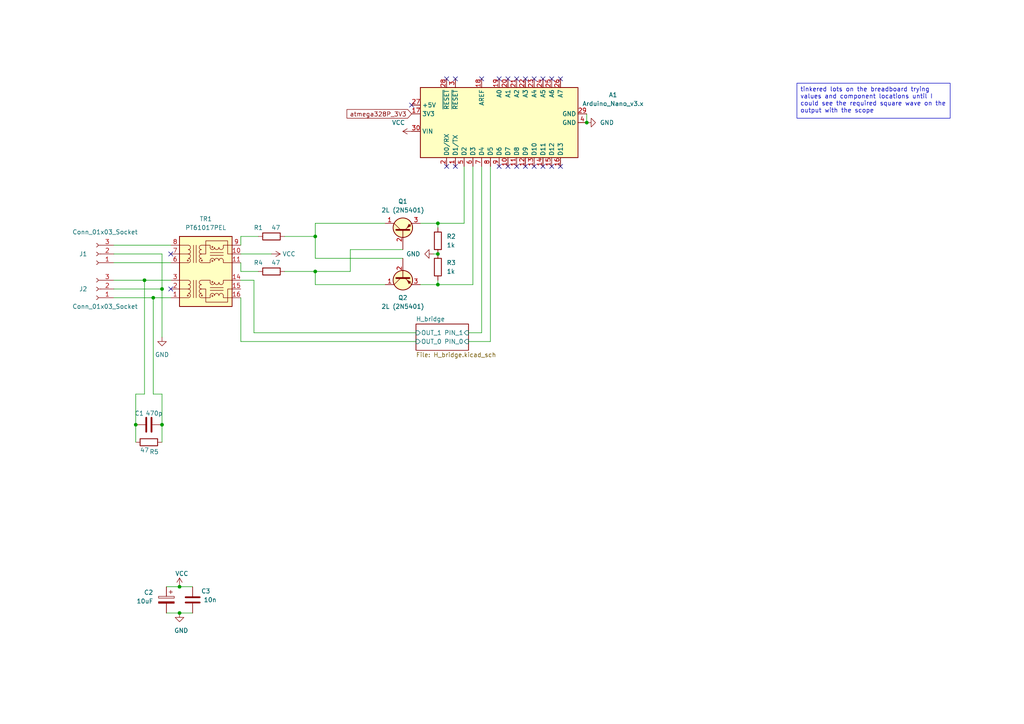
<source format=kicad_sch>
(kicad_sch (version 20250114) (generator "eeschema") (generator_version "9.0")
  (paper "A4")
  (title_block (title "HP-IL for HP3468A") (date "2025-05-19") (rev "05") (company "gizfer") (comment 1 "hpil@gizfer.me"))
  (lib_symbols
    (symbol "Connector:Conn_01x03_Socket" (pin_names (offset 1.016) (hide yes))
      (property "Reference" "J" (at 0 5.08 0))
      (property "Value" "Conn_01x03_Socket" (at 0 -5.08 0))
      (symbol "Conn_01x03_Socket_1_1"
        (polyline (pts (xy -1.27 2.54) (xy -0.508 2.54)) (stroke (width 0.1524)))
        (polyline (pts (xy -1.27 0) (xy -0.508 0)) (stroke (width 0.1524)))
        (polyline (pts (xy -1.27 -2.54) (xy -0.508 -2.54)) (stroke (width 0.1524)))
        (arc (start 0 2.032) (mid -0.5058 2.54) (end 0 3.048) (stroke (width 0.1524)))
        (arc (start 0 -0.508) (mid -0.5058 0) (end 0 0.508) (stroke (width 0.1524)))
        (arc (start 0 -3.048) (mid -0.5058 -2.54) (end 0 -2.032) (stroke (width 0.1524)))
        (pin passive line (at -5.08 2.54 0) (length 3.81) (name "Pin_1") (number "1"))
        (pin passive line (at -5.08 0 0) (length 3.81) (name "Pin_2") (number "2"))
        (pin passive line (at -5.08 -2.54 0) (length 3.81) (name "Pin_3") (number "3"))
      )
    )
    (symbol "Device:C" (pin_numbers (hide yes)) (pin_names (offset 0.254))
      (property "Reference" "C" (at 0.635 2.54 0))
      (property "Value" "C" (at 0.635 -2.54 0))
      (symbol "C_0_1"
        (polyline (pts (xy -2.032 0.762) (xy 2.032 0.762)) (stroke (width 0.508)))
        (polyline (pts (xy -2.032 -0.762) (xy 2.032 -0.762)) (stroke (width 0.508)))
      )
      (symbol "C_1_1"
        (pin passive line (at 0 3.81 270) (length 2.794) (name "~") (number "1"))
        (pin passive line (at 0 -3.81 90) (length 2.794) (name "~") (number "2"))
      )
    )
    (symbol "Device:C_Polarized" (pin_numbers (hide yes)) (pin_names (offset 0.254))
      (property "Reference" "C" (at 0.635 2.54 0))
      (property "Value" "C_Polarized" (at 0.635 -2.54 0))
      (symbol "C_Polarized_0_1"
        (rectangle (start -2.286 0.508) (end 2.286 1.016))
        (polyline (pts (xy -1.778 2.286) (xy -0.762 2.286)))
        (polyline (pts (xy -1.27 2.794) (xy -1.27 1.778)))
        (rectangle (start 2.286 -0.508) (end -2.286 -1.016) (fill (type outline)))
      )
      (symbol "C_Polarized_1_1"
        (pin passive line (at 0 3.81 270) (length 2.794) (name "~") (number "1"))
        (pin passive line (at 0 -3.81 90) (length 2.794) (name "~") (number "2"))
      )
    )
    (symbol "Device:R" (pin_numbers (hide yes)) (pin_names (offset 0))
      (property "Reference" "R" (at 2.032 0 90))
      (property "Value" "R" (at 0 0 90))
      (symbol "R_0_1"
        (rectangle (start -1.016 -2.54) (end 1.016 2.54) (stroke (width 0.254)))
      )
      (symbol "R_1_1"
        (pin passive line (at 0 3.81 270) (length 1.27) (name "~") (number "1"))
        (pin passive line (at 0 -3.81 90) (length 1.27) (name "~") (number "2"))
      )
    )
    (symbol "MCU_Module:Arduino_Nano_v3.x"
      (property "Reference" "A" (at -10.16 23.495 0))
      (property "Value" "Arduino_Nano_v3.x" (at 5.08 -24.13 0))
      (symbol "Arduino_Nano_v3.x_0_1"
        (rectangle (start -10.16 22.86) (end 10.16 -22.86) (stroke (width 0.254)) (fill (type background)))
      )
      (symbol "Arduino_Nano_v3.x_1_1"
        (pin bidirectional line (at -12.7 15.24 0) (length 2.54) (name "D0/RX") (number "2"))
        (pin bidirectional line (at -12.7 12.7 0) (length 2.54) (name "D1/TX") (number "1"))
        (pin bidirectional line (at -12.7 10.16 0) (length 2.54) (name "D2") (number "5"))
        (pin bidirectional line (at -12.7 7.62 0) (length 2.54) (name "D3") (number "6"))
        (pin bidirectional line (at -12.7 5.08 0) (length 2.54) (name "D4") (number "7"))
        (pin bidirectional line (at -12.7 2.54 0) (length 2.54) (name "D5") (number "8"))
        (pin bidirectional line (at -12.7 0 0) (length 2.54) (name "D6") (number "9"))
        (pin bidirectional line (at -12.7 -2.54 0) (length 2.54) (name "D7") (number "10"))
        (pin bidirectional line (at -12.7 -5.08 0) (length 2.54) (name "D8") (number "11"))
        (pin bidirectional line (at -12.7 -7.62 0) (length 2.54) (name "D9") (number "12"))
        (pin bidirectional line (at -12.7 -10.16 0) (length 2.54) (name "D10") (number "13"))
        (pin bidirectional line (at -12.7 -12.7 0) (length 2.54) (name "D11") (number "14"))
        (pin bidirectional line (at -12.7 -15.24 0) (length 2.54) (name "D12") (number "15"))
        (pin bidirectional line (at -12.7 -17.78 0) (length 2.54) (name "D13") (number "16"))
        (pin power_in line (at -2.54 25.4 270) (length 2.54) (name "VIN") (number "30"))
        (pin power_in line (at 0 -25.4 90) (length 2.54) (name "GND") (number "4"))
        (pin power_out line (at 2.54 25.4 270) (length 2.54) (name "3V3") (number "17"))
        (pin power_in line (at 2.54 -25.4 90) (length 2.54) (name "GND") (number "29"))
        (pin power_out line (at 5.08 25.4 270) (length 2.54) (name "+5V") (number "27"))
        (pin input line (at 12.7 15.24 180) (length 2.54) (name "~{RESET}") (number "28"))
        (pin input line (at 12.7 12.7 180) (length 2.54) (name "~{RESET}") (number "3"))
        (pin input line (at 12.7 5.08 180) (length 2.54) (name "AREF") (number "18"))
        (pin bidirectional line (at 12.7 0 180) (length 2.54) (name "A0") (number "19"))
        (pin bidirectional line (at 12.7 -2.54 180) (length 2.54) (name "A1") (number "20"))
        (pin bidirectional line (at 12.7 -5.08 180) (length 2.54) (name "A2") (number "21"))
        (pin bidirectional line (at 12.7 -7.62 180) (length 2.54) (name "A3") (number "22"))
        (pin bidirectional line (at 12.7 -10.16 180) (length 2.54) (name "A4") (number "23"))
        (pin bidirectional line (at 12.7 -12.7 180) (length 2.54) (name "A5") (number "24"))
        (pin bidirectional line (at 12.7 -15.24 180) (length 2.54) (name "A6") (number "25"))
        (pin bidirectional line (at 12.7 -17.78 180) (length 2.54) (name "A7") (number "26"))
      )
    )
    (symbol "Transformer:PT61017PEL" (pin_names (hide yes))
      (property "Reference" "TR" (at 0 10.795 0))
      (property "Value" "PT61017PEL" (at 0 -10.795 0))
      (symbol "PT61017PEL_0_1"
        (rectangle (start -7.62 10.16) (end 7.62 -10.16) (stroke (width 0.254)) (fill (type background)))
        (circle (center -5.207 3.175) (radius 0.1778))
        (arc (start -5.08 7.62) (mid -4.4477 6.985) (end -5.08 6.35))
        (polyline (pts (xy -5.08 7.62) (xy -7.62 7.62)))
        (polyline (pts (xy -5.08 5.08) (xy -7.62 5.08)))
        (polyline (pts (xy -5.08 2.54) (xy -7.62 2.54)))
        (polyline (pts (xy -3.556 2.54) (xy -3.556 7.62)))
        (polyline (pts (xy -3.556 -2.54) (xy -3.556 -7.62)))
        (polyline (pts (xy -2.794 7.62) (xy -2.794 2.54)))
        (polyline (pts (xy -2.794 -7.62) (xy -2.794 -2.54)))
        (polyline (pts (xy -1.27 5.08) (xy 0 5.08) (xy 0 8.89) (xy 6.35 8.89) (xy 6.35 5.08) (xy 7.62 5.08)))
        (polyline (pts (xy -1.27 2.54) (xy 1.27 2.54) (xy 1.27 3.175)))
        (polyline (pts (xy 1.27 6.985) (xy 1.27 7.62) (xy -1.27 7.62)))
        (polyline (pts (xy 1.27 5.461) (xy 5.08 5.461)))
        (polyline (pts (xy 1.27 4.699) (xy 5.08 4.699)))
        (polyline (pts (xy 5.08 6.985) (xy 5.08 7.62) (xy 7.62 7.62)))
        (polyline (pts (xy 5.08 3.175) (xy 5.08 2.54) (xy 7.62 2.54)))
      )
      (symbol "PT61017PEL_1_1"
        (circle (center -5.207 -6.985) (radius 0.1778))
        (arc (start -5.08 6.35) (mid -4.4477 5.715) (end -5.08 5.08))
        (arc (start -5.08 5.08) (mid -4.4477 4.445) (end -5.08 3.81))
        (arc (start -5.08 3.81) (mid -4.4477 3.175) (end -5.08 2.54))
        (arc (start -5.08 -2.54) (mid -4.4477 -3.175) (end -5.08 -3.81))
        (arc (start -5.08 -3.81) (mid -4.4477 -4.445) (end -5.08 -5.08))
        (arc (start -5.08 -5.08) (mid -4.4477 -5.715) (end -5.08 -6.35))
        (arc (start -5.08 -6.35) (mid -4.4477 -6.985) (end -5.08 -7.62))
        (polyline (pts (xy -5.08 -2.54) (xy -7.62 -2.54)))
        (polyline (pts (xy -5.08 -5.08) (xy -7.62 -5.08)))
        (polyline (pts (xy -5.08 -7.62) (xy -7.62 -7.62)))
        (polyline (pts (xy -1.27 -7.62) (xy 1.27 -7.62) (xy 1.27 -6.985)))
        (arc (start -1.27 6.35) (mid -1.9023 6.985) (end -1.27 7.62))
        (arc (start -1.27 5.08) (mid -1.9023 5.715) (end -1.27 6.35))
        (arc (start -1.27 3.81) (mid -1.9023 4.445) (end -1.27 5.08))
        (arc (start -1.27 2.54) (mid -1.9023 3.175) (end -1.27 3.81))
        (arc (start -1.27 -3.81) (mid -1.9023 -3.175) (end -1.27 -2.54))
        (arc (start -1.27 -5.08) (mid -1.9023 -4.445) (end -1.27 -3.81))
        (arc (start -1.27 -6.35) (mid -1.9023 -5.715) (end -1.27 -5.08))
        (arc (start -1.27 -7.62) (mid -1.9023 -6.985) (end -1.27 -6.35))
        (circle (center -1.143 3.175) (radius 0.1778))
        (circle (center -1.143 -6.985) (radius 0.1778))
        (polyline (pts (xy 1.27 -3.175) (xy 1.27 -2.54) (xy -1.27 -2.54)))
        (polyline (pts (xy 1.27 -4.699) (xy 5.08 -4.699)))
        (polyline (pts (xy 1.27 -5.461) (xy 5.08 -5.461)))
        (circle (center 1.905 7.112) (radius 0.1778))
        (arc (start 2.54 6.985) (mid 1.905 6.3527) (end 1.27 6.985))
        (arc (start 1.27 3.175) (mid 1.905 3.8073) (end 2.54 3.175))
        (circle (center 1.905 3.048) (radius 0.1778))
        (circle (center 1.905 -3.048) (radius 0.1778))
        (arc (start 2.54 -3.175) (mid 1.905 -3.8073) (end 1.27 -3.175))
        (arc (start 1.27 -6.985) (mid 1.905 -6.3527) (end 2.54 -6.985))
        (circle (center 1.905 -7.112) (radius 0.1778))
        (arc (start 3.81 6.985) (mid 3.175 6.3527) (end 2.54 6.985))
        (arc (start 2.54 3.175) (mid 3.175 3.8073) (end 3.81 3.175))
        (arc (start 3.81 -3.175) (mid 3.175 -3.8073) (end 2.54 -3.175))
        (arc (start 2.54 -6.985) (mid 3.175 -6.3527) (end 3.81 -6.985))
        (arc (start 5.08 6.985) (mid 4.445 6.3527) (end 3.81 6.985))
        (arc (start 3.81 3.175) (mid 4.445 3.8073) (end 5.08 3.175))
        (arc (start 5.08 -3.175) (mid 4.445 -3.8073) (end 3.81 -3.175))
        (arc (start 3.81 -6.985) (mid 4.445 -6.3527) (end 5.08 -6.985))
        (polyline (pts (xy 5.08 -3.175) (xy 5.08 -2.54) (xy 7.62 -2.54)))
        (polyline (pts (xy 5.08 -6.985) (xy 5.08 -7.62) (xy 7.62 -7.62)))
        (polyline (pts (xy 7.62 -5.08) (xy 6.35 -5.08) (xy 6.35 -8.89) (xy 0 -8.89) (xy 0 -5.08) (xy -1.27 -5.08)))
        (pin passive line (at -10.16 7.62 0) (length 2.54) (name "RD-") (number "8"))
        (pin passive line (at -10.16 5.08 0) (length 2.54) (name "C_RD") (number "7"))
        (pin passive line (at -10.16 2.54 0) (length 2.54) (name "RD+") (number "6"))
        (pin passive line (at -10.16 -2.54 0) (length 2.54) (name "TD-") (number "3"))
        (pin passive line (at -10.16 -5.08 0) (length 2.54) (name "C_TD") (number "2"))
        (pin passive line (at -10.16 -7.62 0) (length 2.54) (name "TD+") (number "1"))
        (pin passive line (at 10.16 7.62 180) (length 2.54) (name "RX-") (number "9"))
        (pin passive line (at 10.16 5.08 180) (length 2.54) (name "C_RX") (number "10"))
        (pin passive line (at 10.16 2.54 180) (length 2.54) (name "RX+") (number "11"))
        (pin passive line (at 10.16 -2.54 180) (length 2.54) (name "TX-") (number "14"))
        (pin passive line (at 10.16 -5.08 180) (length 2.54) (name "C_TX") (number "15"))
        (pin passive line (at 10.16 -7.62 180) (length 2.54) (name "TX+") (number "16"))
      )
    )
    (symbol "extraComponents:2N5401" (pin_names (hide yes))
      (property "Reference" "Q" (at 5.08 1.27 0))
      (property "Value" "2N5401" (at 5.08 -1.27 0))
      (symbol "2N5401_0_1"
        (polyline (pts (xy 0.635 0.635) (xy 2.54 2.54) (xy 2.54 2.54)))
        (polyline (pts (xy 0.635 -0.635) (xy 2.54 -2.54)))
        (polyline (pts (xy 0.635 -1.905) (xy 0.635 1.905) (xy 0.635 1.905)) (stroke (width 0.508)))
        (circle (center 1.27 0) (radius 2.8194) (stroke (width 0.254)) (fill (type background)))
        (polyline (pts (xy 2.286 1.778) (xy 1.778 2.286) (xy 1.27 1.27) (xy 2.286 1.778) (xy 2.286 1.778)) (fill (type outline)))
      )
      (symbol "2N5401_1_1"
        (pin input line (at -5.08 0 0) (length 5.715) (name "B") (number "2"))
        (pin passive line (at 2.54 5.08 270) (length 2.54) (name "E") (number "3"))
        (pin passive line (at 2.54 -5.08 90) (length 2.54) (name "C") (number "1"))
      )
    )
    (symbol "power:GND" (power) (pin_names (offset 0))
      (property "Value" "GND" (at 0 -3.81 0))
      (symbol "GND_0_1"
        (polyline (pts (xy 0 0) (xy 0 -1.27) (xy 1.27 -1.27) (xy 0 -2.54) (xy -1.27 -1.27) (xy 0 -1.27)))
      )
      (symbol "GND_1_1"
        (pin power_in line (at 0 0 270) (length 0) (hide yes) (name "GND") (number "1"))
      )
    )
    (symbol "power:VCC" (power) (pin_names (offset 0))
      (property "Value" "VCC" (at 0 3.81 0))
      (symbol "VCC_0_1"
        (polyline (pts (xy -0.762 1.27) (xy 0 2.54)))
        (polyline (pts (xy 0 2.54) (xy 0.762 1.27)))
        (polyline (pts (xy 0 0) (xy 0 2.54)))
      )
      (symbol "VCC_1_1"
        (pin power_in line (at 0 0 90) (length 0) (hide yes) (name "VCC") (number "1"))
      )
    )
  )
  (text_box "tinkered lots on the breadboard trying values and component locations until I could see the required square wave on the output with the scope\n" (at 231.14 24.13 0) (size 44.45 10.16) (margins 0.9525 0.9525 0.9525 0.9525) (effects (font (size 1.27 1.27)) (justify left top)))
  (junction (at 52.07 170.18))
  (junction (at 127 73.66))
  (junction (at 39.37 123.19))
  (junction (at 91.44 68.58))
  (junction (at 127 82.55))
  (junction (at 46.99 83.82))
  (junction (at 52.07 177.8))
  (junction (at 127 64.77))
  (junction (at 46.99 123.19))
  (junction (at 91.44 78.74))
  (junction (at 44.45 86.36))
  (junction (at 170.18 35.56))
  (junction (at 41.91 81.28))
  (no_connect (at 144.78 48.26))
  (no_connect (at 160.02 48.26))
  (no_connect (at 49.53 73.66))
  (no_connect (at 162.56 22.86))
  (no_connect (at 149.86 48.26))
  (no_connect (at 152.4 48.26))
  (no_connect (at 139.7 22.86))
  (no_connect (at 154.94 48.26))
  (no_connect (at 162.56 48.26))
  (no_connect (at 152.4 22.86))
  (no_connect (at 147.32 22.86))
  (no_connect (at 154.94 22.86))
  (no_connect (at 144.78 22.86))
  (no_connect (at 132.08 48.26))
  (no_connect (at 132.08 22.86))
  (no_connect (at 157.48 22.86))
  (no_connect (at 129.54 48.26))
  (no_connect (at 157.48 48.26))
  (no_connect (at 147.32 48.26))
  (no_connect (at 119.38 30.48))
  (no_connect (at 149.86 22.86))
  (no_connect (at 129.54 22.86))
  (no_connect (at 49.53 83.82))
  (no_connect (at 160.02 22.86))
  (wire (pts (xy 111.76 64.77) (xy 91.44 64.77)))
  (wire (pts (xy 91.44 82.55) (xy 111.76 82.55)))
  (wire (pts (xy 116.84 74.93) (xy 91.44 74.93)))
  (wire (pts (xy 82.55 68.58) (xy 91.44 68.58)))
  (wire (pts (xy 101.6 78.74) (xy 101.6 72.39)))
  (wire (pts (xy 127 82.55) (xy 121.92 82.55)))
  (wire (pts (xy 91.44 68.58) (xy 91.44 74.93)))
  (wire (pts (xy 69.85 71.12) (xy 69.85 68.58)))
  (wire (pts (xy 46.99 123.19) (xy 46.99 128.27)))
  (wire (pts (xy 46.99 73.66) (xy 33.02 73.66)))
  (wire (pts (xy 33.02 81.28) (xy 41.91 81.28)))
  (wire (pts (xy 39.37 114.3) (xy 41.91 114.3)))
  (wire (pts (xy 33.02 86.36) (xy 44.45 86.36)))
  (wire (pts (xy 48.26 177.8) (xy 52.07 177.8)))
  (wire (pts (xy 69.85 99.06) (xy 69.85 86.36)))
  (wire (pts (xy 91.44 78.74) (xy 82.55 78.74)))
  (wire (pts (xy 127 82.55) (xy 137.16 82.55)))
  (wire (pts (xy 73.66 96.52) (xy 73.66 81.28)))
  (wire (pts (xy 74.93 78.74) (xy 69.85 78.74)))
  (wire (pts (xy 44.45 114.3) (xy 46.99 114.3)))
  (wire (pts (xy 134.62 64.77) (xy 134.62 48.26)))
  (wire (pts (xy 121.92 64.77) (xy 127 64.77)))
  (wire (pts (xy 46.99 123.19) (xy 46.99 114.3)))
  (wire (pts (xy 46.99 83.82) (xy 46.99 73.66)))
  (wire (pts (xy 73.66 96.52) (xy 120.65 96.52)))
  (wire (pts (xy 127 81.28) (xy 127 82.55)))
  (wire (pts (xy 33.02 71.12) (xy 49.53 71.12)))
  (wire (pts (xy 69.85 76.2) (xy 69.85 78.74)))
  (wire (pts (xy 69.85 73.66) (xy 78.74 73.66)))
  (wire (pts (xy 142.24 48.26) (xy 142.24 99.06)))
  (wire (pts (xy 46.99 83.82) (xy 33.02 83.82)))
  (wire (pts (xy 33.02 76.2) (xy 49.53 76.2)))
  (wire (pts (xy 39.37 114.3) (xy 39.37 123.19)))
  (wire (pts (xy 91.44 64.77) (xy 91.44 68.58)))
  (wire (pts (xy 127 64.77) (xy 134.62 64.77)))
  (wire (pts (xy 127 64.77) (xy 127 66.04)))
  (wire (pts (xy 44.45 86.36) (xy 44.45 114.3)))
  (wire (pts (xy 101.6 72.39) (xy 116.84 72.39)))
  (wire (pts (xy 41.91 81.28) (xy 41.91 114.3)))
  (wire (pts (xy 46.99 97.79) (xy 46.99 83.82)))
  (wire (pts (xy 73.66 81.28) (xy 69.85 81.28)))
  (wire (pts (xy 170.18 33.02) (xy 170.18 35.56)))
  (wire (pts (xy 41.91 81.28) (xy 49.53 81.28)))
  (wire (pts (xy 139.7 96.52) (xy 135.89 96.52)))
  (wire (pts (xy 91.44 78.74) (xy 91.44 82.55)))
  (wire (pts (xy 52.07 170.18) (xy 55.88 170.18)))
  (wire (pts (xy 69.85 68.58) (xy 74.93 68.58)))
  (wire (pts (xy 48.26 170.18) (xy 52.07 170.18)))
  (wire (pts (xy 135.89 99.06) (xy 142.24 99.06)))
  (wire (pts (xy 69.85 99.06) (xy 120.65 99.06)))
  (wire (pts (xy 101.6 78.74) (xy 91.44 78.74)))
  (wire (pts (xy 39.37 123.19) (xy 39.37 128.27)))
  (wire (pts (xy 125.73 73.66) (xy 127 73.66)))
  (wire (pts (xy 52.07 177.8) (xy 55.88 177.8)))
  (wire (pts (xy 137.16 48.26) (xy 137.16 82.55)))
  (wire (pts (xy 44.45 86.36) (xy 49.53 86.36)))
  (wire (pts (xy 139.7 48.26) (xy 139.7 96.52)))
  (global_label "atmega328P_3V3" (shape input) (at 119.38 33.02 180) (property "Intersheetrefs" "${INTERSHEET_REFS}" (effects (hide yes))))
  (symbol (lib_id "Device:R") (at 78.74 68.58 90) (mirror x) (unit 1)
    (property "Reference" "R1" (at 74.93 66.04 90))
    (property "Value" "47" (at 80.01 66.04 90))
    (property "Footprint" "Resistor_SMD:R_0603_1608Metric_Pad0.98x0.95mm_HandSolder" (effects (hide yes)))
  )
  (symbol (lib_id "Transformer:PT61017PEL") (at 59.69 78.74 0) (unit 1)
    (property "Reference" "TR1" (at 59.69 63.5 0))
    (property "Value" "PT61017PEL" (at 59.69 66.04 0))
    (property "Footprint" "Transformer_SMD:Transformer_Ethernet_Bourns_PT61017PEL" (effects (hide yes)))
    (property "Datasheet" "https://www.bourns.com/docs/Product-Datasheets/PT61017PEL.pdf" (effects (hide yes)))
  )
  (symbol (lib_id "power:VCC") (at 119.38 38.1 90) (unit 1)
    (property "Reference" "#PWR02" (effects (hide yes)))
    (property "Value" "VCC" (at 115.57 35.56 90))
  )
  (symbol (lib_id "Connector:Conn_01x03_Socket") (at 27.94 83.82 180) (unit 1)
    (property "Reference" "J2" (at 24.13 83.82 0))
    (property "Value" "Conn_01x03_Socket" (at 30.48 88.9 0))
    (property "Footprint" "Connector_PinHeader_2.54mm:PinHeader_1x03_P2.54mm_Vertical" (effects (hide yes)))
  )
  (symbol (lib_id "Device:C") (at 55.88 173.99 0) (unit 1)
    (property "Reference" "C3" (at 59.69 171.45 0))
    (property "Value" "10n" (at 60.96 173.99 0))
    (property "Footprint" "Capacitor_SMD:C_0603_1608Metric_Pad1.08x0.95mm_HandSolder" (effects (hide yes)))
  )
  (symbol (lib_id "power:VCC") (at 78.74 73.66 270) (unit 1)
    (property "Reference" "#PWR03" (effects (hide yes)))
    (property "Value" "VCC" (at 83.82 73.66 90))
  )
  (symbol (lib_id "Device:C_Polarized") (at 48.26 173.99 0) (mirror y) (unit 1)
    (property "Reference" "C2" (at 44.45 171.831 0) (effects (justify left)))
    (property "Value" "10uF" (at 44.45 174.371 0) (effects (justify left)))
    (property "Footprint" "Capacitor_THT:CP_Radial_D4.0mm_P2.00mm" (effects (hide yes)))
  )
  (symbol (lib_id "extraComponents:2N5401") (at 116.84 80.01 270) (unit 1)
    (property "Reference" "Q2" (at 116.84 86.36 90))
    (property "Value" "2L (2N5401)" (at 116.84 88.9 90))
    (property "Footprint" "custom:SOT-23_Handsoldering_(5401_2L)" (effects (hide yes)))
    (property "Datasheet" "https://www.mouser.com/datasheet/2/302/nxp_2n5401-1188528.pdf" (effects (hide yes)))
  )
  (symbol (lib_id "Connector:Conn_01x03_Socket") (at 27.94 73.66 180) (unit 1)
    (property "Reference" "J1" (at 24.13 73.66 0))
    (property "Value" "Conn_01x03_Socket" (at 30.48 67.31 0))
    (property "Footprint" "Connector_PinHeader_2.54mm:PinHeader_1x03_P2.54mm_Vertical" (effects (hide yes)))
  )
  (symbol (lib_id "Device:R") (at 43.18 128.27 270) (unit 1)
    (property "Reference" "R5" (at 44.704 131.064 90))
    (property "Value" "47" (at 41.91 130.556 90))
    (property "Footprint" "Resistor_SMD:R_0603_1608Metric_Pad0.98x0.95mm_HandSolder" (effects (hide yes)))
  )
  (symbol (lib_id "Device:C") (at 43.18 123.19 90) (unit 1)
    (property "Reference" "C1" (at 40.386 119.888 90))
    (property "Value" "470p" (at 44.704 119.888 90))
    (property "Footprint" "Capacitor_SMD:C_0603_1608Metric_Pad1.08x0.95mm_HandSolder" (effects (hide yes)))
  )
  (symbol (lib_id "power:GND") (at 170.18 35.56 90) (unit 1)
    (property "Reference" "#PWR01" (effects (hide yes)))
    (property "Value" "GND" (at 173.99 35.56 90) (effects (justify right)))
  )
  (symbol (lib_id "power:GND") (at 46.99 97.79 0) (unit 1)
    (property "Reference" "#PWR05" (effects (hide yes)))
    (property "Value" "GND" (at 46.99 102.87 0))
  )
  (symbol (lib_id "power:VCC") (at 52.07 170.18 0) (unit 1)
    (property "Reference" "#PWR06" (effects (hide yes)))
    (property "Value" "VCC" (at 50.8 166.37 0) (effects (justify left)))
  )
  (symbol (lib_id "Device:R") (at 127 69.85 180) (unit 1)
    (property "Reference" "R2" (at 129.54 68.58 0) (effects (justify right)))
    (property "Value" "1k" (at 129.54 71.12 0) (effects (justify right)))
    (property "Footprint" "Resistor_SMD:R_0603_1608Metric_Pad0.98x0.95mm_HandSolder" (effects (hide yes)))
  )
  (symbol (lib_id "MCU_Module:Arduino_Nano_v3.x") (at 144.78 35.56 90) (unit 1)
    (property "Reference" "A1" (at 177.8 27.5239 90))
    (property "Value" "Arduino_Nano_v3.x" (at 177.8 30.0639 90))
    (property "Footprint" "Module:Arduino_Nano" (effects (hide yes)))
    (property "Datasheet" "http://www.mouser.com/pdfdocs/Gravitech_Arduino_Nano3_0.pdf" (effects (hide yes)))
  )
  (symbol (lib_id "power:GND") (at 125.73 73.66 270) (unit 1)
    (property "Reference" "#PWR04" (effects (hide yes)))
    (property "Value" "GND" (at 121.92 73.66 90) (effects (justify right)))
  )
  (symbol (lib_id "extraComponents:2N5401") (at 116.84 67.31 270) (mirror x) (unit 1)
    (property "Reference" "Q1" (at 116.84 58.42 90))
    (property "Value" "2L (2N5401)" (at 116.84 60.96 90))
    (property "Footprint" "custom:SOT-23_Handsoldering_(5401_2L)" (effects (hide yes)))
    (property "Datasheet" "https://www.mouser.com/datasheet/2/302/nxp_2n5401-1188528.pdf" (effects (hide yes)))
  )
  (symbol (lib_id "power:GND") (at 52.07 177.8 0) (unit 1)
    (property "Reference" "#PWR07" (effects (hide yes)))
    (property "Value" "GND" (at 54.61 182.88 0) (effects (justify right)))
  )
  (symbol (lib_id "Device:R") (at 127 77.47 180) (unit 1)
    (property "Reference" "R3" (at 129.54 76.2 0) (effects (justify right)))
    (property "Value" "1k" (at 129.54 78.74 0) (effects (justify right)))
    (property "Footprint" "Resistor_SMD:R_0603_1608Metric_Pad0.98x0.95mm_HandSolder" (effects (hide yes)))
  )
  (symbol (lib_id "Device:R") (at 78.74 78.74 90) (mirror x) (unit 1)
    (property "Reference" "R4" (at 74.93 76.2 90))
    (property "Value" "47" (at 80.01 76.2 90))
    (property "Footprint" "Resistor_SMD:R_0603_1608Metric_Pad0.98x0.95mm_HandSolder" (effects (hide yes)))
  )
  (sheet (at 120.65 93.98) (size 15.24 7.62) (stroke (width 0.1524))
    (property "Sheetname" "H_bridge" (at 120.65 93.2684 0) (effects (justify left bottom)))
    (property "Sheetfile" "H_bridge.kicad_sch" (at 120.65 102.1846 0) (effects (justify left top)))
    (pin "PIN_1" input (at 135.89 96.52 0))
    (pin "PIN_0" input (at 135.89 99.06 0))
    (pin "OUT_0" input (at 120.65 99.06 180))
    (pin "OUT_1" input (at 120.65 96.52 180))
  )
)
</source>
